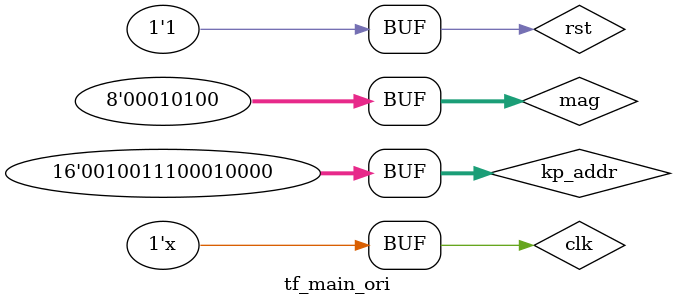
<source format=v>
`timescale 1ns / 1ps


module tf_main_ori;

	// Inputs
	reg clk;
	reg rst;
	reg [7:0] mag;
	reg [5:0] dir;
	reg [15:0] kp_addr;

	// Outputs
	wire [5:0] dir_out;
	wire [15:0] grad_dir_addr;
	wire out_en;
	

	// Instantiate the Unit Under Test (UUT)
	main_ori uut (
		.clk(clk), 
		.rst(rst),
		.kp_addr(kp_addr),
		.mag(mag), 
		.dir(dir),
		.grad_dir_addr(grad_dir_addr),
		.dir_out(dir_out), 
		.out_en(out_en)
	);

	initial begin
		// Initialize Inputs
		clk = 0;
		rst = 0;
		mag = 0;
		dir = 0;

		// Wait 100 ns for global reset to finish
		#100;
		rst=1;
		mag=20;
		kp_addr=10000;
//		dir=3;
//		
//		#100
//		dir=25;
        
		// Add stimulus here

	end
	
	always
	#5 clk=~clk;
	
	always@(posedge clk or negedge rst)
	begin
	if(!rst)
	begin
//		mag<=0;
		dir<=0;
	end
	else
	begin
//	if(mag<30)
//		mag<=mag+1;
//	else
//		mag<=0;
	if(dir<30)
		dir<=dir+1;
	else
		dir<=0;
	end
	end
      
endmodule


</source>
